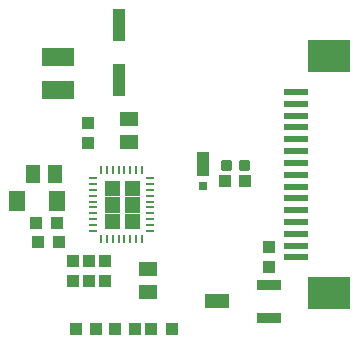
<source format=gtp>
G75*
%MOIN*%
%OFA0B0*%
%FSLAX25Y25*%
%IPPOS*%
%LPD*%
%AMOC8*
5,1,8,0,0,1.08239X$1,22.5*
%
%ADD10R,0.04252X0.04134*%
%ADD11R,0.03937X0.11024*%
%ADD12R,0.07874X0.03543*%
%ADD13R,0.07874X0.05118*%
%ADD14R,0.03937X0.04331*%
%ADD15R,0.04134X0.04252*%
%ADD16R,0.07874X0.02402*%
%ADD17R,0.14173X0.10551*%
%ADD18C,0.00197*%
%ADD19R,0.03150X0.00984*%
%ADD20R,0.00984X0.03150*%
%ADD21R,0.10630X0.06299*%
%ADD22R,0.04331X0.07874*%
%ADD23R,0.03150X0.03150*%
%ADD24R,0.05512X0.07087*%
%ADD25R,0.05118X0.05906*%
%ADD26R,0.05906X0.05118*%
%ADD27R,0.04331X0.03937*%
%ADD28C,0.00875*%
D10*
X0127013Y0098188D03*
X0132513Y0098188D03*
X0137913Y0098188D03*
X0137913Y0105078D03*
X0132513Y0105078D03*
X0127013Y0105078D03*
X0132128Y0144229D03*
X0132128Y0151119D03*
D11*
X0142553Y0165260D03*
X0142553Y0183764D03*
D12*
X0192516Y0097093D03*
X0192516Y0086070D03*
D13*
X0175194Y0091581D03*
D14*
X0147760Y0082233D03*
X0141067Y0082233D03*
X0134960Y0082233D03*
X0128267Y0082233D03*
D15*
X0153268Y0082233D03*
X0160158Y0082233D03*
X0122458Y0111333D03*
X0115568Y0111333D03*
X0114968Y0117833D03*
X0121858Y0117833D03*
X0177668Y0131633D03*
X0184558Y0131633D03*
D16*
X0201364Y0129827D03*
X0201364Y0133764D03*
X0201364Y0137701D03*
X0201364Y0141638D03*
X0201364Y0145575D03*
X0201364Y0149512D03*
X0201364Y0153449D03*
X0201364Y0157386D03*
X0201364Y0161323D03*
X0201364Y0125890D03*
X0201364Y0121953D03*
X0201364Y0118016D03*
X0201364Y0114079D03*
X0201364Y0110142D03*
X0201364Y0106205D03*
D17*
X0212387Y0094433D03*
X0212387Y0173173D03*
D18*
X0149219Y0131707D02*
X0149219Y0126983D01*
X0144494Y0126983D01*
X0144494Y0131707D01*
X0149219Y0131707D01*
X0144494Y0131707D01*
X0144494Y0131511D02*
X0149219Y0131511D01*
X0149219Y0131316D02*
X0144494Y0131316D01*
X0144494Y0131121D02*
X0149219Y0131121D01*
X0149219Y0130925D02*
X0144494Y0130925D01*
X0144494Y0130730D02*
X0149219Y0130730D01*
X0149219Y0130535D02*
X0144494Y0130535D01*
X0144494Y0130339D02*
X0149219Y0130339D01*
X0149219Y0130144D02*
X0144494Y0130144D01*
X0144494Y0129949D02*
X0149219Y0129949D01*
X0149219Y0129753D02*
X0144494Y0129753D01*
X0144494Y0129558D02*
X0149219Y0129558D01*
X0149219Y0129362D02*
X0144494Y0129362D01*
X0144494Y0129167D02*
X0149219Y0129167D01*
X0149219Y0128972D02*
X0144494Y0128972D01*
X0144494Y0128776D02*
X0149219Y0128776D01*
X0149219Y0128581D02*
X0144494Y0128581D01*
X0144494Y0128386D02*
X0149219Y0128386D01*
X0149219Y0128190D02*
X0144494Y0128190D01*
X0144494Y0127995D02*
X0149219Y0127995D01*
X0149219Y0127800D02*
X0144494Y0127800D01*
X0144494Y0127604D02*
X0149219Y0127604D01*
X0149219Y0127409D02*
X0144494Y0127409D01*
X0144494Y0127213D02*
X0149219Y0127213D01*
X0149219Y0127018D02*
X0144494Y0127018D01*
X0144494Y0126196D02*
X0149219Y0126196D01*
X0149219Y0121471D01*
X0144494Y0121471D01*
X0144494Y0126196D01*
X0144494Y0126041D02*
X0149219Y0126041D01*
X0149219Y0125846D02*
X0144494Y0125846D01*
X0144494Y0125651D02*
X0149219Y0125651D01*
X0149219Y0125455D02*
X0144494Y0125455D01*
X0144494Y0125260D02*
X0149219Y0125260D01*
X0149219Y0125064D02*
X0144494Y0125064D01*
X0144494Y0124869D02*
X0149219Y0124869D01*
X0149219Y0124674D02*
X0144494Y0124674D01*
X0144494Y0124478D02*
X0149219Y0124478D01*
X0149219Y0124283D02*
X0144494Y0124283D01*
X0144494Y0124088D02*
X0149219Y0124088D01*
X0149219Y0123892D02*
X0144494Y0123892D01*
X0144494Y0123697D02*
X0149219Y0123697D01*
X0149219Y0123502D02*
X0144494Y0123502D01*
X0144494Y0123306D02*
X0149219Y0123306D01*
X0149219Y0123111D02*
X0144494Y0123111D01*
X0144494Y0122916D02*
X0149219Y0122916D01*
X0149219Y0122720D02*
X0144494Y0122720D01*
X0144494Y0122525D02*
X0149219Y0122525D01*
X0149219Y0122329D02*
X0144494Y0122329D01*
X0144494Y0122134D02*
X0149219Y0122134D01*
X0149219Y0121939D02*
X0144494Y0121939D01*
X0144494Y0121743D02*
X0149219Y0121743D01*
X0149219Y0121548D02*
X0144494Y0121548D01*
X0144494Y0120684D02*
X0149219Y0120684D01*
X0149219Y0115959D01*
X0144494Y0115959D01*
X0144494Y0120684D01*
X0144494Y0120571D02*
X0149219Y0120571D01*
X0149219Y0120376D02*
X0144494Y0120376D01*
X0144494Y0120180D02*
X0149219Y0120180D01*
X0149219Y0119985D02*
X0144494Y0119985D01*
X0144494Y0119790D02*
X0149219Y0119790D01*
X0149219Y0119594D02*
X0144494Y0119594D01*
X0144494Y0119399D02*
X0149219Y0119399D01*
X0149219Y0119204D02*
X0144494Y0119204D01*
X0144494Y0119008D02*
X0149219Y0119008D01*
X0149219Y0118813D02*
X0144494Y0118813D01*
X0144494Y0118618D02*
X0149219Y0118618D01*
X0149219Y0118422D02*
X0144494Y0118422D01*
X0144494Y0118227D02*
X0149219Y0118227D01*
X0149219Y0118031D02*
X0144494Y0118031D01*
X0144494Y0117836D02*
X0149219Y0117836D01*
X0149219Y0117641D02*
X0144494Y0117641D01*
X0144494Y0117445D02*
X0149219Y0117445D01*
X0149219Y0117250D02*
X0144494Y0117250D01*
X0144494Y0117055D02*
X0149219Y0117055D01*
X0149219Y0116859D02*
X0144494Y0116859D01*
X0144494Y0116664D02*
X0149219Y0116664D01*
X0149219Y0116469D02*
X0144494Y0116469D01*
X0144494Y0116273D02*
X0149219Y0116273D01*
X0149219Y0116078D02*
X0144494Y0116078D01*
X0142526Y0116078D02*
X0137801Y0116078D01*
X0137801Y0115959D02*
X0137801Y0120684D01*
X0142526Y0120684D01*
X0142526Y0115959D01*
X0137801Y0115959D01*
X0137801Y0116273D02*
X0142526Y0116273D01*
X0142526Y0116469D02*
X0137801Y0116469D01*
X0137801Y0116664D02*
X0142526Y0116664D01*
X0142526Y0116859D02*
X0137801Y0116859D01*
X0137801Y0117055D02*
X0142526Y0117055D01*
X0142526Y0117250D02*
X0137801Y0117250D01*
X0137801Y0117445D02*
X0142526Y0117445D01*
X0142526Y0117641D02*
X0137801Y0117641D01*
X0137801Y0117836D02*
X0142526Y0117836D01*
X0142526Y0118031D02*
X0137801Y0118031D01*
X0137801Y0118227D02*
X0142526Y0118227D01*
X0142526Y0118422D02*
X0137801Y0118422D01*
X0137801Y0118618D02*
X0142526Y0118618D01*
X0142526Y0118813D02*
X0137801Y0118813D01*
X0137801Y0119008D02*
X0142526Y0119008D01*
X0142526Y0119204D02*
X0137801Y0119204D01*
X0137801Y0119399D02*
X0142526Y0119399D01*
X0142526Y0119594D02*
X0137801Y0119594D01*
X0137801Y0119790D02*
X0142526Y0119790D01*
X0142526Y0119985D02*
X0137801Y0119985D01*
X0137801Y0120180D02*
X0142526Y0120180D01*
X0142526Y0120376D02*
X0137801Y0120376D01*
X0137801Y0120571D02*
X0142526Y0120571D01*
X0142526Y0121471D02*
X0142526Y0126196D01*
X0137801Y0126196D01*
X0137801Y0121471D01*
X0142526Y0121471D01*
X0142526Y0121548D02*
X0137801Y0121548D01*
X0137801Y0121743D02*
X0142526Y0121743D01*
X0142526Y0121939D02*
X0137801Y0121939D01*
X0137801Y0122134D02*
X0142526Y0122134D01*
X0142526Y0122329D02*
X0137801Y0122329D01*
X0137801Y0122525D02*
X0142526Y0122525D01*
X0142526Y0122720D02*
X0137801Y0122720D01*
X0137801Y0122916D02*
X0142526Y0122916D01*
X0142526Y0123111D02*
X0137801Y0123111D01*
X0137801Y0123306D02*
X0142526Y0123306D01*
X0142526Y0123502D02*
X0137801Y0123502D01*
X0137801Y0123697D02*
X0142526Y0123697D01*
X0142526Y0123892D02*
X0137801Y0123892D01*
X0137801Y0124088D02*
X0142526Y0124088D01*
X0142526Y0124283D02*
X0137801Y0124283D01*
X0137801Y0124478D02*
X0142526Y0124478D01*
X0142526Y0124674D02*
X0137801Y0124674D01*
X0137801Y0124869D02*
X0142526Y0124869D01*
X0142526Y0125064D02*
X0137801Y0125064D01*
X0137801Y0125260D02*
X0142526Y0125260D01*
X0142526Y0125455D02*
X0137801Y0125455D01*
X0137801Y0125651D02*
X0142526Y0125651D01*
X0142526Y0125846D02*
X0137801Y0125846D01*
X0137801Y0126041D02*
X0142526Y0126041D01*
X0142526Y0126983D02*
X0142526Y0131707D01*
X0137801Y0131707D01*
X0142526Y0131707D01*
X0142526Y0131511D02*
X0137801Y0131511D01*
X0137801Y0131316D02*
X0142526Y0131316D01*
X0142526Y0131121D02*
X0137801Y0131121D01*
X0137801Y0130925D02*
X0142526Y0130925D01*
X0142526Y0130730D02*
X0137801Y0130730D01*
X0137801Y0130535D02*
X0142526Y0130535D01*
X0142526Y0130339D02*
X0137801Y0130339D01*
X0137801Y0130144D02*
X0142526Y0130144D01*
X0142526Y0129949D02*
X0137801Y0129949D01*
X0137801Y0129753D02*
X0142526Y0129753D01*
X0142526Y0129558D02*
X0137801Y0129558D01*
X0137801Y0129362D02*
X0142526Y0129362D01*
X0142526Y0129167D02*
X0137801Y0129167D01*
X0137801Y0128972D02*
X0142526Y0128972D01*
X0142526Y0128776D02*
X0137801Y0128776D01*
X0137801Y0128581D02*
X0142526Y0128581D01*
X0142526Y0128386D02*
X0137801Y0128386D01*
X0137801Y0128190D02*
X0142526Y0128190D01*
X0142526Y0127995D02*
X0137801Y0127995D01*
X0137801Y0127800D02*
X0142526Y0127800D01*
X0142526Y0127604D02*
X0137801Y0127604D01*
X0137801Y0127409D02*
X0142526Y0127409D01*
X0142526Y0127213D02*
X0137801Y0127213D01*
X0137801Y0127018D02*
X0142526Y0127018D01*
X0142526Y0126983D02*
X0137801Y0126983D01*
X0137801Y0131707D01*
D19*
X0133668Y0130723D03*
X0133668Y0128755D03*
X0133668Y0126786D03*
X0133668Y0124818D03*
X0133668Y0122849D03*
X0133668Y0120881D03*
X0133668Y0118912D03*
X0133668Y0116944D03*
X0133668Y0114975D03*
X0152959Y0114975D03*
X0152959Y0116944D03*
X0152959Y0118912D03*
X0152959Y0120881D03*
X0152959Y0122849D03*
X0152959Y0124818D03*
X0152959Y0126786D03*
X0152959Y0128755D03*
X0152959Y0130723D03*
X0152959Y0132692D03*
X0133668Y0132692D03*
D20*
X0136423Y0135448D03*
X0138392Y0135448D03*
X0140360Y0135448D03*
X0142329Y0135448D03*
X0144298Y0135448D03*
X0146266Y0135448D03*
X0148235Y0135448D03*
X0150203Y0135448D03*
X0150203Y0112219D03*
X0148235Y0112219D03*
X0146266Y0112219D03*
X0144298Y0112219D03*
X0142329Y0112219D03*
X0140360Y0112219D03*
X0138392Y0112219D03*
X0136423Y0112219D03*
D21*
X0122313Y0162122D03*
X0122313Y0173145D03*
D22*
X0170613Y0137386D03*
D23*
X0170613Y0129906D03*
D24*
X0121806Y0125033D03*
X0108420Y0125033D03*
D25*
X0113773Y0134033D03*
X0121253Y0134033D03*
D26*
X0145713Y0144693D03*
X0145713Y0152173D03*
X0152313Y0102273D03*
X0152313Y0094793D03*
D27*
X0192513Y0103087D03*
X0192513Y0109780D03*
D28*
X0185426Y0135720D02*
X0182800Y0135720D01*
X0182800Y0138346D01*
X0185426Y0138346D01*
X0185426Y0135720D01*
X0185426Y0136594D02*
X0182800Y0136594D01*
X0182800Y0137468D02*
X0185426Y0137468D01*
X0185426Y0138342D02*
X0182800Y0138342D01*
X0179426Y0135720D02*
X0176800Y0135720D01*
X0176800Y0138346D01*
X0179426Y0138346D01*
X0179426Y0135720D01*
X0179426Y0136594D02*
X0176800Y0136594D01*
X0176800Y0137468D02*
X0179426Y0137468D01*
X0179426Y0138342D02*
X0176800Y0138342D01*
M02*

</source>
